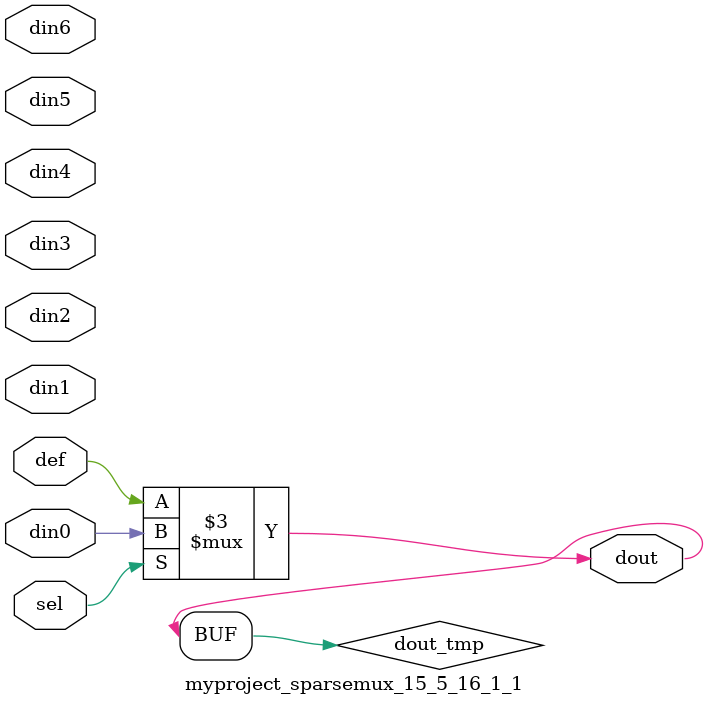
<source format=v>
`timescale 1ns / 1ps

module myproject_sparsemux_15_5_16_1_1 (din0,din1,din2,din3,din4,din5,din6,def,sel,dout);

parameter din0_WIDTH = 1;

parameter din1_WIDTH = 1;

parameter din2_WIDTH = 1;

parameter din3_WIDTH = 1;

parameter din4_WIDTH = 1;

parameter din5_WIDTH = 1;

parameter din6_WIDTH = 1;

parameter def_WIDTH = 1;
parameter sel_WIDTH = 1;
parameter dout_WIDTH = 1;

parameter [sel_WIDTH-1:0] CASE0 = 1;

parameter [sel_WIDTH-1:0] CASE1 = 1;

parameter [sel_WIDTH-1:0] CASE2 = 1;

parameter [sel_WIDTH-1:0] CASE3 = 1;

parameter [sel_WIDTH-1:0] CASE4 = 1;

parameter [sel_WIDTH-1:0] CASE5 = 1;

parameter [sel_WIDTH-1:0] CASE6 = 1;

parameter ID = 1;
parameter NUM_STAGE = 1;



input [din0_WIDTH-1:0] din0;

input [din1_WIDTH-1:0] din1;

input [din2_WIDTH-1:0] din2;

input [din3_WIDTH-1:0] din3;

input [din4_WIDTH-1:0] din4;

input [din5_WIDTH-1:0] din5;

input [din6_WIDTH-1:0] din6;

input [def_WIDTH-1:0] def;
input [sel_WIDTH-1:0] sel;

output [dout_WIDTH-1:0] dout;



reg [dout_WIDTH-1:0] dout_tmp;

always @ (*) begin
case (sel)
    
    CASE0 : dout_tmp = din0;
    
    CASE1 : dout_tmp = din1;
    
    CASE2 : dout_tmp = din2;
    
    CASE3 : dout_tmp = din3;
    
    CASE4 : dout_tmp = din4;
    
    CASE5 : dout_tmp = din5;
    
    CASE6 : dout_tmp = din6;
    
    default : dout_tmp = def;
endcase
end


assign dout = dout_tmp;



endmodule

</source>
